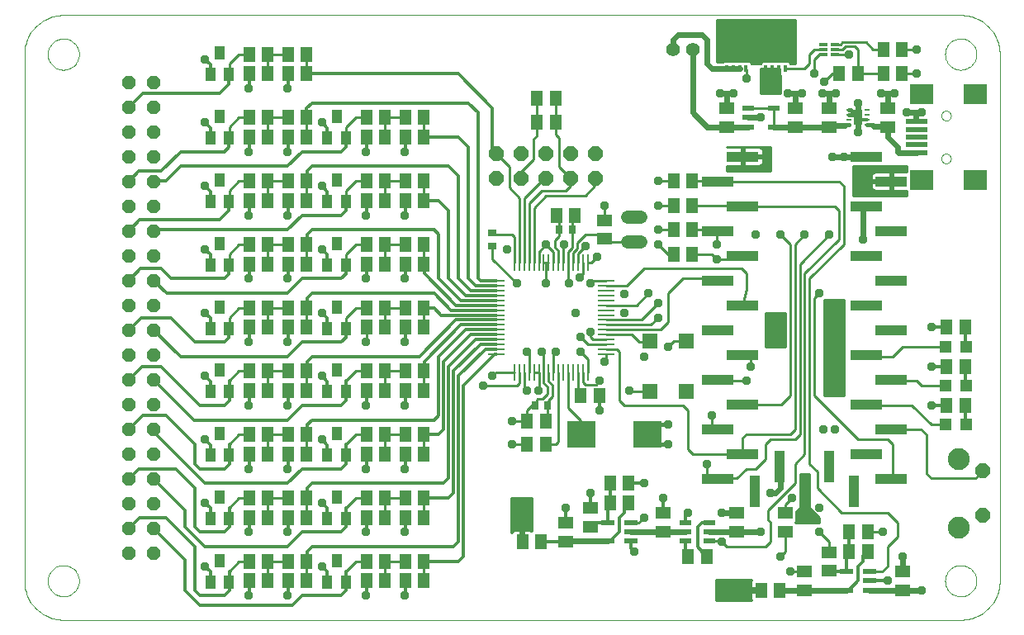
<source format=gtl>
G75*
G70*
%OFA0B0*%
%FSLAX24Y24*%
%IPPOS*%
%LPD*%
%AMOC8*
5,1,8,0,0,1.08239X$1,22.5*
%
%ADD10R,0.1300X0.0400*%
%ADD11R,0.0400X0.1300*%
%ADD12R,0.0660X0.0110*%
%ADD13R,0.0110X0.0660*%
%ADD14R,0.0394X0.0551*%
%ADD15R,0.0512X0.0591*%
%ADD16OC8,0.0600*%
%ADD17R,0.0591X0.0630*%
%ADD18R,0.0500X0.0220*%
%ADD19R,0.0472X0.0217*%
%ADD20R,0.0591X0.0512*%
%ADD21R,0.0580X0.0220*%
%ADD22R,0.0200X0.0110*%
%ADD23R,0.0350X0.0630*%
%ADD24R,0.0380X0.0120*%
%ADD25R,0.0340X0.0120*%
%ADD26R,0.0160X0.0300*%
%ADD27C,0.0060*%
%ADD28C,0.0540*%
%ADD29OC8,0.0540*%
%ADD30R,0.0276X0.0354*%
%ADD31R,0.1161X0.1063*%
%ADD32R,0.0354X0.0276*%
%ADD33R,0.0945X0.0787*%
%ADD34R,0.0909X0.0197*%
%ADD35C,0.0000*%
%ADD36C,0.0560*%
%ADD37C,0.0885*%
%ADD38R,0.0472X0.0472*%
%ADD39C,0.0240*%
%ADD40C,0.0120*%
%ADD41C,0.0377*%
%ADD42C,0.0100*%
%ADD43C,0.0160*%
D10*
X034395Y009120D03*
X035395Y010120D03*
X034395Y011120D03*
X035395Y012120D03*
X034395Y013120D03*
X035395Y014120D03*
X034395Y015120D03*
X035395Y016120D03*
X034395Y017120D03*
X035395Y018120D03*
X034395Y019120D03*
X035395Y020120D03*
X034395Y021120D03*
X035395Y022120D03*
X040395Y022120D03*
X041395Y021120D03*
X040395Y020120D03*
X041395Y019120D03*
X040395Y018120D03*
X041395Y017120D03*
X040395Y016120D03*
X041395Y015120D03*
X040395Y014120D03*
X041395Y013120D03*
X040395Y012120D03*
X041395Y011120D03*
X040395Y010120D03*
X041395Y009120D03*
D11*
X039895Y008620D03*
X038895Y009620D03*
X037895Y008620D03*
X036895Y009620D03*
X035895Y008620D03*
D12*
X029872Y014144D03*
X029872Y014341D03*
X029872Y014538D03*
X029872Y014735D03*
X029872Y014931D03*
X029872Y015128D03*
X029872Y015325D03*
X029872Y015522D03*
X029872Y015719D03*
X029872Y015916D03*
X029872Y016112D03*
X029872Y016309D03*
X029872Y016506D03*
X029872Y016703D03*
X029872Y016900D03*
X029872Y017097D03*
X025447Y017097D03*
X025447Y016900D03*
X025447Y016703D03*
X025447Y016506D03*
X025447Y016309D03*
X025447Y016112D03*
X025447Y015916D03*
X025447Y015719D03*
X025447Y015522D03*
X025447Y015325D03*
X025447Y015128D03*
X025447Y014931D03*
X025447Y014735D03*
X025447Y014538D03*
X025447Y014341D03*
X025447Y014144D03*
D13*
X026183Y013408D03*
X026380Y013408D03*
X026576Y013408D03*
X026773Y013408D03*
X026970Y013408D03*
X027167Y013408D03*
X027364Y013408D03*
X027561Y013408D03*
X027757Y013408D03*
X027954Y013408D03*
X028151Y013408D03*
X028348Y013408D03*
X028545Y013408D03*
X028742Y013408D03*
X028939Y013408D03*
X029135Y013408D03*
X029135Y017833D03*
X028939Y017833D03*
X028742Y017833D03*
X028545Y017833D03*
X028348Y017833D03*
X028151Y017833D03*
X027954Y017833D03*
X027757Y017833D03*
X027561Y017833D03*
X027364Y017833D03*
X027167Y017833D03*
X026970Y017833D03*
X026773Y017833D03*
X026576Y017833D03*
X026380Y017833D03*
X026183Y017833D03*
D14*
X019372Y017746D03*
X018624Y017746D03*
X018998Y018612D03*
X019372Y020305D03*
X018624Y020305D03*
X018998Y021172D03*
X019372Y022864D03*
X018624Y022864D03*
X018998Y023731D03*
X014647Y022864D03*
X013899Y022864D03*
X014273Y023731D03*
X013899Y025423D03*
X014647Y025423D03*
X014273Y026290D03*
X014273Y021172D03*
X013899Y020305D03*
X014647Y020305D03*
X014273Y018612D03*
X013899Y017746D03*
X014647Y017746D03*
X014273Y016053D03*
X013899Y015187D03*
X014647Y015187D03*
X014273Y013494D03*
X013899Y012628D03*
X014647Y012628D03*
X014273Y010935D03*
X013899Y010069D03*
X014647Y010069D03*
X014273Y008376D03*
X013899Y007510D03*
X014647Y007510D03*
X014273Y005817D03*
X013899Y004951D03*
X014647Y004951D03*
X018624Y004951D03*
X019372Y004951D03*
X018998Y005817D03*
X019372Y007510D03*
X018624Y007510D03*
X018998Y008376D03*
X019372Y010069D03*
X018624Y010069D03*
X018998Y010935D03*
X019372Y012628D03*
X018624Y012628D03*
X018998Y013494D03*
X019372Y015187D03*
X018624Y015187D03*
X018998Y016053D03*
D15*
X020198Y016014D03*
X020946Y016014D03*
X021773Y016014D03*
X022521Y016014D03*
X022521Y015227D03*
X021773Y015227D03*
X020946Y015227D03*
X020198Y015227D03*
X017797Y015227D03*
X017049Y015227D03*
X017049Y016014D03*
X017797Y016014D03*
X016222Y016014D03*
X015474Y016014D03*
X015474Y015227D03*
X016222Y015227D03*
X016222Y013455D03*
X015474Y013455D03*
X015474Y012668D03*
X016222Y012668D03*
X017049Y012668D03*
X017797Y012668D03*
X017797Y013455D03*
X017049Y013455D03*
X020198Y013455D03*
X020946Y013455D03*
X021773Y013455D03*
X022521Y013455D03*
X022521Y012668D03*
X021773Y012668D03*
X020946Y012668D03*
X020198Y012668D03*
X020198Y010896D03*
X020946Y010896D03*
X021773Y010896D03*
X022521Y010896D03*
X022521Y010109D03*
X021773Y010109D03*
X020946Y010109D03*
X020198Y010109D03*
X017797Y010109D03*
X017049Y010109D03*
X016222Y010109D03*
X015474Y010109D03*
X015474Y010896D03*
X016222Y010896D03*
X017049Y010896D03*
X017797Y010896D03*
X017797Y008337D03*
X017049Y008337D03*
X017049Y007549D03*
X017797Y007549D03*
X016222Y007549D03*
X015474Y007549D03*
X015474Y008337D03*
X016222Y008337D03*
X016222Y005778D03*
X015474Y005778D03*
X015474Y004990D03*
X016222Y004990D03*
X017049Y004990D03*
X017797Y004990D03*
X017797Y005778D03*
X017049Y005778D03*
X020198Y005778D03*
X020946Y005778D03*
X021773Y005778D03*
X022521Y005778D03*
X022521Y004990D03*
X021773Y004990D03*
X020946Y004990D03*
X020198Y004990D03*
X020198Y007549D03*
X020946Y007549D03*
X021773Y007549D03*
X022521Y007549D03*
X022521Y008337D03*
X021773Y008337D03*
X020946Y008337D03*
X020198Y008337D03*
X026498Y006565D03*
X027246Y006565D03*
X030041Y008140D03*
X030789Y008140D03*
X030789Y008927D03*
X030041Y008927D03*
X027443Y010502D03*
X026694Y010502D03*
X026694Y011447D03*
X027443Y011447D03*
X028860Y012471D03*
X029608Y012471D03*
X022521Y017786D03*
X021773Y017786D03*
X020946Y017786D03*
X020198Y017786D03*
X020198Y018573D03*
X020946Y018573D03*
X021773Y018573D03*
X022521Y018573D03*
X022521Y020345D03*
X021773Y020345D03*
X020946Y020345D03*
X020198Y020345D03*
X020198Y021132D03*
X020946Y021132D03*
X021773Y021132D03*
X022521Y021132D03*
X022521Y022904D03*
X021773Y022904D03*
X020946Y022904D03*
X020198Y022904D03*
X020198Y023691D03*
X020946Y023691D03*
X021773Y023691D03*
X022521Y023691D03*
X027088Y023494D03*
X027836Y023494D03*
X027836Y024479D03*
X027088Y024479D03*
X032600Y021132D03*
X033348Y021132D03*
X033348Y020148D03*
X032600Y020148D03*
X032600Y019164D03*
X033348Y019164D03*
X033348Y018179D03*
X032600Y018179D03*
X028624Y019754D03*
X027876Y019754D03*
X017797Y020345D03*
X017049Y020345D03*
X016222Y020345D03*
X015474Y020345D03*
X015474Y021132D03*
X016222Y021132D03*
X017049Y021132D03*
X017797Y021132D03*
X017797Y022904D03*
X017049Y022904D03*
X017049Y023691D03*
X017797Y023691D03*
X016222Y023691D03*
X015474Y023691D03*
X015474Y022904D03*
X016222Y022904D03*
X016222Y025463D03*
X015474Y025463D03*
X015474Y026250D03*
X016222Y026250D03*
X017049Y026250D03*
X017797Y026250D03*
X017797Y025463D03*
X017049Y025463D03*
X017049Y018573D03*
X017797Y018573D03*
X017797Y017786D03*
X017049Y017786D03*
X016222Y017786D03*
X015474Y017786D03*
X015474Y018573D03*
X016222Y018573D03*
X033191Y005975D03*
X033939Y005975D03*
X036143Y004597D03*
X036891Y004597D03*
X039687Y006172D03*
X040435Y006172D03*
X040435Y006959D03*
X039687Y006959D03*
X043624Y012077D03*
X044372Y012077D03*
X044372Y013652D03*
X043624Y013652D03*
X043624Y015227D03*
X044372Y015227D03*
X041813Y025463D03*
X041065Y025463D03*
X040041Y025463D03*
X039293Y025463D03*
X041065Y026447D03*
X041813Y026447D03*
D16*
X029462Y022223D03*
X028462Y022223D03*
X027462Y022223D03*
X026462Y022223D03*
X025462Y022223D03*
X025462Y021223D03*
X026462Y021223D03*
X027462Y021223D03*
X028462Y021223D03*
X029462Y021223D03*
X045078Y009424D03*
X045078Y007644D03*
D17*
X033131Y012648D03*
X031635Y012648D03*
X031635Y014656D03*
X033131Y014656D03*
D18*
X033085Y007329D03*
X033085Y006959D03*
X033085Y006589D03*
X034045Y006589D03*
X034045Y006959D03*
X034045Y007329D03*
D19*
X035612Y023317D03*
X035612Y023691D03*
X035612Y024065D03*
X036635Y024065D03*
X036635Y023317D03*
D20*
X037502Y023317D03*
X037502Y024065D03*
X038880Y024065D03*
X038880Y023317D03*
X041242Y023317D03*
X041242Y024065D03*
X034746Y024065D03*
X034746Y023317D03*
X029824Y019538D03*
X029824Y018790D03*
X029234Y007923D03*
X029234Y007175D03*
X028250Y007333D03*
X028250Y006585D03*
X032187Y006979D03*
X032187Y007727D03*
X035139Y007727D03*
X035139Y006979D03*
X037108Y006979D03*
X037108Y007727D03*
X038880Y006152D03*
X038880Y005404D03*
X037895Y005364D03*
X037895Y004616D03*
X041832Y004616D03*
X041832Y005364D03*
D21*
X040531Y005360D03*
X040531Y004990D03*
X040531Y004620D03*
X039591Y004620D03*
X039591Y005360D03*
X030885Y006589D03*
X030885Y006959D03*
X030885Y007329D03*
X029945Y007329D03*
X029945Y006589D03*
D22*
X039691Y023391D03*
X039691Y023591D03*
X039691Y023791D03*
X039691Y023991D03*
X040431Y023991D03*
X040431Y023791D03*
X040431Y023591D03*
X040431Y023391D03*
D23*
X040061Y023691D03*
D24*
X038662Y026644D03*
D25*
X038642Y026447D03*
X038642Y026250D03*
X039117Y026250D03*
X039117Y026447D03*
X039117Y026644D03*
D26*
X037098Y026845D03*
X036842Y026845D03*
X036586Y026845D03*
X036330Y026845D03*
X035523Y026845D03*
X035267Y026845D03*
X035011Y026845D03*
X034756Y026845D03*
X034756Y025655D03*
X035011Y025655D03*
X035267Y025655D03*
X035523Y025655D03*
X036330Y025655D03*
X036586Y025655D03*
X036842Y025655D03*
X037098Y025655D03*
D27*
X037214Y025970D02*
X036214Y025970D01*
X036214Y026870D01*
X037214Y026870D01*
X037214Y025970D01*
X037214Y025997D02*
X036214Y025997D01*
X036214Y026055D02*
X037214Y026055D01*
X037214Y026114D02*
X036214Y026114D01*
X036214Y026172D02*
X037214Y026172D01*
X037214Y026231D02*
X036214Y026231D01*
X036214Y026289D02*
X037214Y026289D01*
X037214Y026348D02*
X036214Y026348D01*
X036214Y026406D02*
X037214Y026406D01*
X037214Y026465D02*
X036214Y026465D01*
X036214Y026523D02*
X037214Y026523D01*
X037214Y026582D02*
X036214Y026582D01*
X036214Y026640D02*
X037214Y026640D01*
X037214Y026699D02*
X036214Y026699D01*
X036214Y026757D02*
X037214Y026757D01*
X037214Y026816D02*
X036214Y026816D01*
X035639Y026816D02*
X034639Y026816D01*
X034639Y026870D02*
X035639Y026870D01*
X035639Y025970D01*
X034639Y025970D01*
X034639Y026870D01*
X034639Y026757D02*
X035639Y026757D01*
X035639Y026699D02*
X034639Y026699D01*
X034639Y026640D02*
X035639Y026640D01*
X035639Y026582D02*
X034639Y026582D01*
X034639Y026523D02*
X035639Y026523D01*
X035639Y026465D02*
X034639Y026465D01*
X034639Y026406D02*
X035639Y026406D01*
X035639Y026348D02*
X034639Y026348D01*
X034639Y026289D02*
X035639Y026289D01*
X035639Y026231D02*
X034639Y026231D01*
X034639Y026172D02*
X035639Y026172D01*
X035639Y026114D02*
X034639Y026114D01*
X034639Y026055D02*
X035639Y026055D01*
X035639Y025997D02*
X034639Y025997D01*
D28*
X031276Y019664D02*
X030736Y019664D01*
X030736Y018664D02*
X031276Y018664D01*
D29*
X011624Y019120D03*
X010624Y019120D03*
X010624Y018120D03*
X011624Y018120D03*
X011624Y017120D03*
X010624Y017120D03*
X010624Y016120D03*
X011624Y016120D03*
X011624Y015120D03*
X010624Y015120D03*
X010624Y014120D03*
X011624Y014120D03*
X011624Y013120D03*
X010624Y013120D03*
X010624Y012120D03*
X011624Y012120D03*
X011624Y011120D03*
X010624Y011120D03*
X010624Y010120D03*
X011624Y010120D03*
X011624Y009120D03*
X010624Y009120D03*
X010624Y008120D03*
X011624Y008120D03*
X011624Y007120D03*
X010624Y007120D03*
X010624Y006120D03*
X011624Y006120D03*
X011624Y020120D03*
X010624Y020120D03*
X010624Y021120D03*
X011624Y021120D03*
X011624Y022120D03*
X010624Y022120D03*
X010624Y023120D03*
X011624Y023120D03*
X011624Y024120D03*
X010624Y024120D03*
X010624Y025120D03*
X011624Y025120D03*
D30*
X027994Y019164D03*
X028506Y019164D03*
X027521Y012077D03*
X027009Y012077D03*
D31*
X028889Y010896D03*
X031547Y010896D03*
D32*
X025297Y018514D03*
X025297Y019026D03*
D33*
X042620Y021172D03*
X044785Y021172D03*
X044785Y024636D03*
X042620Y024636D03*
D34*
X042398Y023534D03*
X042398Y023219D03*
X042398Y022904D03*
X042398Y022589D03*
X042398Y022274D03*
D35*
X044194Y003416D02*
X007974Y003416D01*
X007344Y004990D02*
X007346Y005040D01*
X007352Y005090D01*
X007362Y005139D01*
X007376Y005187D01*
X007393Y005234D01*
X007414Y005279D01*
X007439Y005323D01*
X007467Y005364D01*
X007499Y005403D01*
X007533Y005440D01*
X007570Y005474D01*
X007610Y005504D01*
X007652Y005531D01*
X007696Y005555D01*
X007742Y005576D01*
X007789Y005592D01*
X007837Y005605D01*
X007887Y005614D01*
X007936Y005619D01*
X007987Y005620D01*
X008037Y005617D01*
X008086Y005610D01*
X008135Y005599D01*
X008183Y005584D01*
X008229Y005566D01*
X008274Y005544D01*
X008317Y005518D01*
X008358Y005489D01*
X008397Y005457D01*
X008433Y005422D01*
X008465Y005384D01*
X008495Y005344D01*
X008522Y005301D01*
X008545Y005257D01*
X008564Y005211D01*
X008580Y005163D01*
X008592Y005114D01*
X008600Y005065D01*
X008604Y005015D01*
X008604Y004965D01*
X008600Y004915D01*
X008592Y004866D01*
X008580Y004817D01*
X008564Y004769D01*
X008545Y004723D01*
X008522Y004679D01*
X008495Y004636D01*
X008465Y004596D01*
X008433Y004558D01*
X008397Y004523D01*
X008358Y004491D01*
X008317Y004462D01*
X008274Y004436D01*
X008229Y004414D01*
X008183Y004396D01*
X008135Y004381D01*
X008086Y004370D01*
X008037Y004363D01*
X007987Y004360D01*
X007936Y004361D01*
X007887Y004366D01*
X007837Y004375D01*
X007789Y004388D01*
X007742Y004404D01*
X007696Y004425D01*
X007652Y004449D01*
X007610Y004476D01*
X007570Y004506D01*
X007533Y004540D01*
X007499Y004577D01*
X007467Y004616D01*
X007439Y004657D01*
X007414Y004701D01*
X007393Y004746D01*
X007376Y004793D01*
X007362Y004841D01*
X007352Y004890D01*
X007346Y004940D01*
X007344Y004990D01*
X006399Y004990D02*
X006401Y004913D01*
X006407Y004836D01*
X006416Y004759D01*
X006429Y004683D01*
X006446Y004607D01*
X006467Y004533D01*
X006491Y004459D01*
X006519Y004387D01*
X006550Y004317D01*
X006585Y004248D01*
X006623Y004180D01*
X006664Y004115D01*
X006709Y004052D01*
X006757Y003991D01*
X006807Y003932D01*
X006860Y003876D01*
X006916Y003823D01*
X006975Y003773D01*
X007036Y003725D01*
X007099Y003680D01*
X007164Y003639D01*
X007232Y003601D01*
X007301Y003566D01*
X007371Y003535D01*
X007443Y003507D01*
X007517Y003483D01*
X007591Y003462D01*
X007667Y003445D01*
X007743Y003432D01*
X007820Y003423D01*
X007897Y003417D01*
X007974Y003415D01*
X007897Y003417D01*
X007820Y003423D01*
X007743Y003432D01*
X007667Y003445D01*
X007591Y003462D01*
X007517Y003483D01*
X007443Y003507D01*
X007371Y003535D01*
X007301Y003566D01*
X007232Y003601D01*
X007164Y003639D01*
X007099Y003680D01*
X007036Y003725D01*
X006975Y003773D01*
X006916Y003823D01*
X006860Y003876D01*
X006807Y003932D01*
X006757Y003991D01*
X006709Y004052D01*
X006664Y004115D01*
X006623Y004180D01*
X006585Y004248D01*
X006550Y004317D01*
X006519Y004387D01*
X006491Y004459D01*
X006467Y004533D01*
X006446Y004607D01*
X006429Y004683D01*
X006416Y004759D01*
X006407Y004836D01*
X006401Y004913D01*
X006399Y004990D01*
X006399Y026250D01*
X007344Y026250D02*
X007346Y026300D01*
X007352Y026350D01*
X007362Y026399D01*
X007376Y026447D01*
X007393Y026494D01*
X007414Y026539D01*
X007439Y026583D01*
X007467Y026624D01*
X007499Y026663D01*
X007533Y026700D01*
X007570Y026734D01*
X007610Y026764D01*
X007652Y026791D01*
X007696Y026815D01*
X007742Y026836D01*
X007789Y026852D01*
X007837Y026865D01*
X007887Y026874D01*
X007936Y026879D01*
X007987Y026880D01*
X008037Y026877D01*
X008086Y026870D01*
X008135Y026859D01*
X008183Y026844D01*
X008229Y026826D01*
X008274Y026804D01*
X008317Y026778D01*
X008358Y026749D01*
X008397Y026717D01*
X008433Y026682D01*
X008465Y026644D01*
X008495Y026604D01*
X008522Y026561D01*
X008545Y026517D01*
X008564Y026471D01*
X008580Y026423D01*
X008592Y026374D01*
X008600Y026325D01*
X008604Y026275D01*
X008604Y026225D01*
X008600Y026175D01*
X008592Y026126D01*
X008580Y026077D01*
X008564Y026029D01*
X008545Y025983D01*
X008522Y025939D01*
X008495Y025896D01*
X008465Y025856D01*
X008433Y025818D01*
X008397Y025783D01*
X008358Y025751D01*
X008317Y025722D01*
X008274Y025696D01*
X008229Y025674D01*
X008183Y025656D01*
X008135Y025641D01*
X008086Y025630D01*
X008037Y025623D01*
X007987Y025620D01*
X007936Y025621D01*
X007887Y025626D01*
X007837Y025635D01*
X007789Y025648D01*
X007742Y025664D01*
X007696Y025685D01*
X007652Y025709D01*
X007610Y025736D01*
X007570Y025766D01*
X007533Y025800D01*
X007499Y025837D01*
X007467Y025876D01*
X007439Y025917D01*
X007414Y025961D01*
X007393Y026006D01*
X007376Y026053D01*
X007362Y026101D01*
X007352Y026150D01*
X007346Y026200D01*
X007344Y026250D01*
X006399Y026250D02*
X006401Y026327D01*
X006407Y026404D01*
X006416Y026481D01*
X006429Y026557D01*
X006446Y026633D01*
X006467Y026707D01*
X006491Y026781D01*
X006519Y026853D01*
X006550Y026923D01*
X006585Y026992D01*
X006623Y027060D01*
X006664Y027125D01*
X006709Y027188D01*
X006757Y027249D01*
X006807Y027308D01*
X006860Y027364D01*
X006916Y027417D01*
X006975Y027467D01*
X007036Y027515D01*
X007099Y027560D01*
X007164Y027601D01*
X007232Y027639D01*
X007301Y027674D01*
X007371Y027705D01*
X007443Y027733D01*
X007517Y027757D01*
X007591Y027778D01*
X007667Y027795D01*
X007743Y027808D01*
X007820Y027817D01*
X007897Y027823D01*
X007974Y027825D01*
X044194Y027825D01*
X043564Y026250D02*
X043566Y026300D01*
X043572Y026350D01*
X043582Y026399D01*
X043596Y026447D01*
X043613Y026494D01*
X043634Y026539D01*
X043659Y026583D01*
X043687Y026624D01*
X043719Y026663D01*
X043753Y026700D01*
X043790Y026734D01*
X043830Y026764D01*
X043872Y026791D01*
X043916Y026815D01*
X043962Y026836D01*
X044009Y026852D01*
X044057Y026865D01*
X044107Y026874D01*
X044156Y026879D01*
X044207Y026880D01*
X044257Y026877D01*
X044306Y026870D01*
X044355Y026859D01*
X044403Y026844D01*
X044449Y026826D01*
X044494Y026804D01*
X044537Y026778D01*
X044578Y026749D01*
X044617Y026717D01*
X044653Y026682D01*
X044685Y026644D01*
X044715Y026604D01*
X044742Y026561D01*
X044765Y026517D01*
X044784Y026471D01*
X044800Y026423D01*
X044812Y026374D01*
X044820Y026325D01*
X044824Y026275D01*
X044824Y026225D01*
X044820Y026175D01*
X044812Y026126D01*
X044800Y026077D01*
X044784Y026029D01*
X044765Y025983D01*
X044742Y025939D01*
X044715Y025896D01*
X044685Y025856D01*
X044653Y025818D01*
X044617Y025783D01*
X044578Y025751D01*
X044537Y025722D01*
X044494Y025696D01*
X044449Y025674D01*
X044403Y025656D01*
X044355Y025641D01*
X044306Y025630D01*
X044257Y025623D01*
X044207Y025620D01*
X044156Y025621D01*
X044107Y025626D01*
X044057Y025635D01*
X044009Y025648D01*
X043962Y025664D01*
X043916Y025685D01*
X043872Y025709D01*
X043830Y025736D01*
X043790Y025766D01*
X043753Y025800D01*
X043719Y025837D01*
X043687Y025876D01*
X043659Y025917D01*
X043634Y025961D01*
X043613Y026006D01*
X043596Y026053D01*
X043582Y026101D01*
X043572Y026150D01*
X043566Y026200D01*
X043564Y026250D01*
X044194Y027825D02*
X044271Y027823D01*
X044348Y027817D01*
X044425Y027808D01*
X044501Y027795D01*
X044577Y027778D01*
X044651Y027757D01*
X044725Y027733D01*
X044797Y027705D01*
X044867Y027674D01*
X044936Y027639D01*
X045004Y027601D01*
X045069Y027560D01*
X045132Y027515D01*
X045193Y027467D01*
X045252Y027417D01*
X045308Y027364D01*
X045361Y027308D01*
X045411Y027249D01*
X045459Y027188D01*
X045504Y027125D01*
X045545Y027060D01*
X045583Y026992D01*
X045618Y026923D01*
X045649Y026853D01*
X045677Y026781D01*
X045701Y026707D01*
X045722Y026633D01*
X045739Y026557D01*
X045752Y026481D01*
X045761Y026404D01*
X045767Y026327D01*
X045769Y026250D01*
X045769Y004990D01*
X043564Y004990D02*
X043566Y005040D01*
X043572Y005090D01*
X043582Y005139D01*
X043596Y005187D01*
X043613Y005234D01*
X043634Y005279D01*
X043659Y005323D01*
X043687Y005364D01*
X043719Y005403D01*
X043753Y005440D01*
X043790Y005474D01*
X043830Y005504D01*
X043872Y005531D01*
X043916Y005555D01*
X043962Y005576D01*
X044009Y005592D01*
X044057Y005605D01*
X044107Y005614D01*
X044156Y005619D01*
X044207Y005620D01*
X044257Y005617D01*
X044306Y005610D01*
X044355Y005599D01*
X044403Y005584D01*
X044449Y005566D01*
X044494Y005544D01*
X044537Y005518D01*
X044578Y005489D01*
X044617Y005457D01*
X044653Y005422D01*
X044685Y005384D01*
X044715Y005344D01*
X044742Y005301D01*
X044765Y005257D01*
X044784Y005211D01*
X044800Y005163D01*
X044812Y005114D01*
X044820Y005065D01*
X044824Y005015D01*
X044824Y004965D01*
X044820Y004915D01*
X044812Y004866D01*
X044800Y004817D01*
X044784Y004769D01*
X044765Y004723D01*
X044742Y004679D01*
X044715Y004636D01*
X044685Y004596D01*
X044653Y004558D01*
X044617Y004523D01*
X044578Y004491D01*
X044537Y004462D01*
X044494Y004436D01*
X044449Y004414D01*
X044403Y004396D01*
X044355Y004381D01*
X044306Y004370D01*
X044257Y004363D01*
X044207Y004360D01*
X044156Y004361D01*
X044107Y004366D01*
X044057Y004375D01*
X044009Y004388D01*
X043962Y004404D01*
X043916Y004425D01*
X043872Y004449D01*
X043830Y004476D01*
X043790Y004506D01*
X043753Y004540D01*
X043719Y004577D01*
X043687Y004616D01*
X043659Y004657D01*
X043634Y004701D01*
X043613Y004746D01*
X043596Y004793D01*
X043582Y004841D01*
X043572Y004890D01*
X043566Y004940D01*
X043564Y004990D01*
X044194Y003415D02*
X044271Y003417D01*
X044348Y003423D01*
X044425Y003432D01*
X044501Y003445D01*
X044577Y003462D01*
X044651Y003483D01*
X044725Y003507D01*
X044797Y003535D01*
X044867Y003566D01*
X044936Y003601D01*
X045004Y003639D01*
X045069Y003680D01*
X045132Y003725D01*
X045193Y003773D01*
X045252Y003823D01*
X045308Y003876D01*
X045361Y003932D01*
X045411Y003991D01*
X045459Y004052D01*
X045504Y004115D01*
X045545Y004180D01*
X045583Y004248D01*
X045618Y004317D01*
X045649Y004387D01*
X045677Y004459D01*
X045701Y004533D01*
X045722Y004607D01*
X045739Y004683D01*
X045752Y004759D01*
X045761Y004836D01*
X045767Y004913D01*
X045769Y004990D01*
X045767Y004913D01*
X045761Y004836D01*
X045752Y004759D01*
X045739Y004683D01*
X045722Y004607D01*
X045701Y004533D01*
X045677Y004459D01*
X045649Y004387D01*
X045618Y004317D01*
X045583Y004248D01*
X045545Y004180D01*
X045504Y004115D01*
X045459Y004052D01*
X045411Y003991D01*
X045361Y003932D01*
X045308Y003876D01*
X045252Y003823D01*
X045193Y003773D01*
X045132Y003725D01*
X045069Y003680D01*
X045004Y003639D01*
X044936Y003601D01*
X044867Y003566D01*
X044797Y003535D01*
X044725Y003507D01*
X044651Y003483D01*
X044577Y003462D01*
X044501Y003445D01*
X044425Y003432D01*
X044348Y003423D01*
X044271Y003417D01*
X044194Y003415D01*
X044271Y003417D01*
X044348Y003423D01*
X044425Y003432D01*
X044501Y003445D01*
X044577Y003462D01*
X044651Y003483D01*
X044725Y003507D01*
X044797Y003535D01*
X044867Y003566D01*
X044936Y003601D01*
X045004Y003639D01*
X045069Y003680D01*
X045132Y003725D01*
X045193Y003773D01*
X045252Y003823D01*
X045308Y003876D01*
X045361Y003932D01*
X045411Y003991D01*
X045459Y004052D01*
X045504Y004115D01*
X045545Y004180D01*
X045583Y004248D01*
X045618Y004317D01*
X045649Y004387D01*
X045677Y004459D01*
X045701Y004533D01*
X045722Y004607D01*
X045739Y004683D01*
X045752Y004759D01*
X045761Y004836D01*
X045767Y004913D01*
X045769Y004990D01*
X043407Y022038D02*
X043409Y022065D01*
X043415Y022092D01*
X043424Y022118D01*
X043437Y022142D01*
X043453Y022165D01*
X043472Y022184D01*
X043494Y022201D01*
X043518Y022215D01*
X043543Y022225D01*
X043570Y022232D01*
X043597Y022235D01*
X043625Y022234D01*
X043652Y022229D01*
X043678Y022221D01*
X043702Y022209D01*
X043725Y022193D01*
X043746Y022175D01*
X043763Y022154D01*
X043778Y022130D01*
X043789Y022105D01*
X043797Y022079D01*
X043801Y022052D01*
X043801Y022024D01*
X043797Y021997D01*
X043789Y021971D01*
X043778Y021946D01*
X043763Y021922D01*
X043746Y021901D01*
X043725Y021883D01*
X043703Y021867D01*
X043678Y021855D01*
X043652Y021847D01*
X043625Y021842D01*
X043597Y021841D01*
X043570Y021844D01*
X043543Y021851D01*
X043518Y021861D01*
X043494Y021875D01*
X043472Y021892D01*
X043453Y021911D01*
X043437Y021934D01*
X043424Y021958D01*
X043415Y021984D01*
X043409Y022011D01*
X043407Y022038D01*
X043407Y023770D02*
X043409Y023797D01*
X043415Y023824D01*
X043424Y023850D01*
X043437Y023874D01*
X043453Y023897D01*
X043472Y023916D01*
X043494Y023933D01*
X043518Y023947D01*
X043543Y023957D01*
X043570Y023964D01*
X043597Y023967D01*
X043625Y023966D01*
X043652Y023961D01*
X043678Y023953D01*
X043702Y023941D01*
X043725Y023925D01*
X043746Y023907D01*
X043763Y023886D01*
X043778Y023862D01*
X043789Y023837D01*
X043797Y023811D01*
X043801Y023784D01*
X043801Y023756D01*
X043797Y023729D01*
X043789Y023703D01*
X043778Y023678D01*
X043763Y023654D01*
X043746Y023633D01*
X043725Y023615D01*
X043703Y023599D01*
X043678Y023587D01*
X043652Y023579D01*
X043625Y023574D01*
X043597Y023573D01*
X043570Y023576D01*
X043543Y023583D01*
X043518Y023593D01*
X043494Y023607D01*
X043472Y023624D01*
X043453Y023643D01*
X043437Y023666D01*
X043424Y023690D01*
X043415Y023716D01*
X043409Y023743D01*
X043407Y023770D01*
X045769Y026250D02*
X045767Y026327D01*
X045761Y026404D01*
X045752Y026481D01*
X045739Y026557D01*
X045722Y026633D01*
X045701Y026707D01*
X045677Y026781D01*
X045649Y026853D01*
X045618Y026923D01*
X045583Y026992D01*
X045545Y027060D01*
X045504Y027125D01*
X045459Y027188D01*
X045411Y027249D01*
X045361Y027308D01*
X045308Y027364D01*
X045252Y027417D01*
X045193Y027467D01*
X045132Y027515D01*
X045069Y027560D01*
X045004Y027601D01*
X044936Y027639D01*
X044867Y027674D01*
X044797Y027705D01*
X044725Y027733D01*
X044651Y027757D01*
X044577Y027778D01*
X044501Y027795D01*
X044425Y027808D01*
X044348Y027817D01*
X044271Y027823D01*
X044194Y027825D01*
X044271Y027823D01*
X044348Y027817D01*
X044425Y027808D01*
X044501Y027795D01*
X044577Y027778D01*
X044651Y027757D01*
X044725Y027733D01*
X044797Y027705D01*
X044867Y027674D01*
X044936Y027639D01*
X045004Y027601D01*
X045069Y027560D01*
X045132Y027515D01*
X045193Y027467D01*
X045252Y027417D01*
X045308Y027364D01*
X045361Y027308D01*
X045411Y027249D01*
X045459Y027188D01*
X045504Y027125D01*
X045545Y027060D01*
X045583Y026992D01*
X045618Y026923D01*
X045649Y026853D01*
X045677Y026781D01*
X045701Y026707D01*
X045722Y026633D01*
X045739Y026557D01*
X045752Y026481D01*
X045761Y026404D01*
X045767Y026327D01*
X045769Y026250D01*
X007974Y027825D02*
X007897Y027823D01*
X007820Y027817D01*
X007743Y027808D01*
X007667Y027795D01*
X007591Y027778D01*
X007517Y027757D01*
X007443Y027733D01*
X007371Y027705D01*
X007301Y027674D01*
X007232Y027639D01*
X007164Y027601D01*
X007099Y027560D01*
X007036Y027515D01*
X006975Y027467D01*
X006916Y027417D01*
X006860Y027364D01*
X006807Y027308D01*
X006757Y027249D01*
X006709Y027188D01*
X006664Y027125D01*
X006623Y027060D01*
X006585Y026992D01*
X006550Y026923D01*
X006519Y026853D01*
X006491Y026781D01*
X006467Y026707D01*
X006446Y026633D01*
X006429Y026557D01*
X006416Y026481D01*
X006407Y026404D01*
X006401Y026327D01*
X006399Y026250D01*
X006401Y026327D01*
X006407Y026404D01*
X006416Y026481D01*
X006429Y026557D01*
X006446Y026633D01*
X006467Y026707D01*
X006491Y026781D01*
X006519Y026853D01*
X006550Y026923D01*
X006585Y026992D01*
X006623Y027060D01*
X006664Y027125D01*
X006709Y027188D01*
X006757Y027249D01*
X006807Y027308D01*
X006860Y027364D01*
X006916Y027417D01*
X006975Y027467D01*
X007036Y027515D01*
X007099Y027560D01*
X007164Y027601D01*
X007232Y027639D01*
X007301Y027674D01*
X007371Y027705D01*
X007443Y027733D01*
X007517Y027757D01*
X007591Y027778D01*
X007667Y027795D01*
X007743Y027808D01*
X007820Y027817D01*
X007897Y027823D01*
X007974Y027825D01*
X006399Y004990D02*
X006401Y004913D01*
X006407Y004836D01*
X006416Y004759D01*
X006429Y004683D01*
X006446Y004607D01*
X006467Y004533D01*
X006491Y004459D01*
X006519Y004387D01*
X006550Y004317D01*
X006585Y004248D01*
X006623Y004180D01*
X006664Y004115D01*
X006709Y004052D01*
X006757Y003991D01*
X006807Y003932D01*
X006860Y003876D01*
X006916Y003823D01*
X006975Y003773D01*
X007036Y003725D01*
X007099Y003680D01*
X007164Y003639D01*
X007232Y003601D01*
X007301Y003566D01*
X007371Y003535D01*
X007443Y003507D01*
X007517Y003483D01*
X007591Y003462D01*
X007667Y003445D01*
X007743Y003432D01*
X007820Y003423D01*
X007897Y003417D01*
X007974Y003415D01*
D36*
X032580Y026447D03*
X033368Y026447D03*
D37*
X044098Y009914D03*
X044098Y007154D03*
D38*
X044411Y011290D03*
X043584Y011290D03*
X043584Y012864D03*
X044411Y012864D03*
X044411Y014439D03*
X043584Y014439D03*
D39*
X040257Y018770D02*
X040257Y020148D01*
X040285Y020120D01*
X040395Y020120D01*
X040395Y022120D02*
X040261Y022120D01*
X040257Y022116D01*
X039470Y022116D01*
X038998Y022116D01*
X040061Y023101D02*
X040061Y023691D01*
X040061Y024282D01*
X040966Y024675D02*
X041242Y024675D01*
X041517Y024675D01*
X041242Y024675D02*
X041242Y024065D01*
X041222Y023337D02*
X040691Y023337D01*
X040651Y023376D01*
X041222Y023337D02*
X041242Y023317D01*
X041242Y022904D01*
X041635Y022510D01*
X041635Y022313D01*
X041675Y022274D01*
X042398Y022274D01*
X042383Y023691D02*
X042383Y023888D01*
X042029Y023888D01*
X042383Y023888D02*
X042620Y023888D01*
X039509Y023376D02*
X038939Y023376D01*
X038880Y023317D01*
X037502Y023317D01*
X036635Y023317D01*
X036124Y023691D02*
X035612Y023691D01*
X035612Y023317D02*
X034746Y023317D01*
X033939Y023317D01*
X033368Y023888D01*
X033368Y026447D01*
X033958Y026841D02*
X033761Y027038D01*
X032777Y027038D01*
X032580Y026841D01*
X032580Y026447D01*
X033958Y026841D02*
X033958Y025857D01*
X034160Y025655D01*
X034756Y025655D01*
X035011Y025655D01*
X035267Y025655D01*
X035021Y024675D02*
X034746Y024675D01*
X034470Y024675D01*
X034746Y024675D02*
X034746Y024065D01*
X037226Y024675D02*
X037502Y024675D01*
X037777Y024675D01*
X037502Y024675D02*
X037502Y024065D01*
X038604Y024675D02*
X038880Y024675D01*
X039155Y024675D01*
X038880Y024675D02*
X038880Y024065D01*
X036895Y009620D02*
X036895Y009534D01*
X036911Y009518D01*
X036911Y008731D01*
X036714Y008534D01*
X036517Y008534D01*
X035139Y007727D02*
X035120Y007746D01*
X034549Y007746D01*
X034045Y006959D02*
X035317Y006959D01*
X035356Y006959D02*
X035139Y006979D01*
X035356Y006959D02*
X036124Y006959D01*
X033085Y006959D02*
X032206Y006959D01*
X032167Y006959D02*
X030885Y006959D01*
X029945Y006589D02*
X028254Y006589D01*
X036911Y004616D02*
X037895Y004616D01*
X039587Y004616D01*
X040531Y004620D02*
X041828Y004620D01*
X041832Y004616D02*
X041852Y004597D01*
X042620Y004597D01*
X041832Y005364D02*
X041832Y005975D01*
D40*
X041242Y004990D02*
X040531Y004990D01*
X040061Y004990D02*
X040061Y005581D01*
X040257Y005778D01*
X040257Y005994D01*
X040435Y006172D01*
X039687Y006172D02*
X039687Y006959D01*
X039687Y006172D02*
X039591Y006076D01*
X039591Y005360D01*
X038923Y005360D01*
X038880Y005404D01*
X039691Y004620D02*
X040061Y004990D01*
X039691Y004620D02*
X039591Y004620D01*
X039587Y004616D01*
X041828Y004620D02*
X041832Y004616D01*
X036911Y004616D02*
X036891Y004597D01*
X036083Y004601D02*
X034352Y004601D01*
X034352Y004719D02*
X035707Y004719D01*
X035707Y004657D02*
X036083Y004657D01*
X036083Y004537D01*
X035707Y004537D01*
X035707Y004278D01*
X035720Y004232D01*
X035736Y004203D01*
X034352Y004203D01*
X034352Y004990D01*
X035736Y004990D01*
X035720Y004961D01*
X035707Y004916D01*
X035707Y004657D01*
X035707Y004482D02*
X034352Y004482D01*
X034352Y004364D02*
X035707Y004364D01*
X035716Y004245D02*
X034352Y004245D01*
X034352Y004838D02*
X035707Y004838D01*
X035718Y004956D02*
X034352Y004956D01*
X033939Y005975D02*
X033761Y006152D01*
X033761Y006172D01*
X033565Y006368D01*
X033565Y007156D01*
X033738Y007329D01*
X034045Y007329D01*
X033085Y007329D02*
X033085Y007660D01*
X033171Y007746D01*
X032187Y007727D02*
X032187Y008337D01*
X031399Y008927D02*
X030789Y008927D01*
X030041Y008927D02*
X030041Y008140D01*
X029945Y008044D01*
X029945Y007329D01*
X029387Y007329D01*
X029234Y007175D01*
X029234Y007923D02*
X029234Y008534D01*
X028250Y007943D02*
X028250Y007333D01*
X028254Y006589D02*
X028250Y006585D01*
X027246Y006565D01*
X026872Y006997D02*
X026864Y007005D01*
X026823Y007028D01*
X026777Y007040D01*
X026558Y007040D01*
X026558Y006625D01*
X026438Y006625D01*
X026438Y007040D01*
X026218Y007040D01*
X026172Y007028D01*
X026131Y007005D01*
X026098Y006971D01*
X026084Y006948D01*
X026084Y008298D01*
X026872Y008298D01*
X026872Y006997D01*
X026872Y007089D02*
X026084Y007089D01*
X026084Y006971D02*
X026097Y006971D01*
X026084Y007208D02*
X026872Y007208D01*
X026872Y007326D02*
X026084Y007326D01*
X026084Y007445D02*
X026872Y007445D01*
X026872Y007563D02*
X026084Y007563D01*
X026084Y007682D02*
X026872Y007682D01*
X026872Y007800D02*
X026084Y007800D01*
X026084Y007919D02*
X026872Y007919D01*
X026872Y008037D02*
X026084Y008037D01*
X026084Y008156D02*
X026872Y008156D01*
X026872Y008274D02*
X026084Y008274D01*
X026438Y006971D02*
X026558Y006971D01*
X026558Y006852D02*
X026438Y006852D01*
X026438Y006734D02*
X026558Y006734D01*
X024116Y005975D02*
X023919Y005778D01*
X022521Y005778D01*
X021773Y004990D02*
X021773Y004420D01*
X021754Y004400D01*
X020198Y004420D02*
X020179Y004400D01*
X020198Y004420D02*
X020198Y004990D01*
X019391Y004597D02*
X019391Y005384D01*
X018624Y005364D02*
X018624Y004951D01*
X018624Y005364D02*
X018407Y005581D01*
X017817Y005798D02*
X017797Y005778D01*
X017817Y005798D02*
X017817Y006172D01*
X018013Y006368D01*
X023722Y006368D01*
X023919Y006565D01*
X023919Y013258D01*
X025002Y014341D01*
X025447Y014341D01*
X025447Y014538D02*
X024805Y014538D01*
X023722Y013455D01*
X023722Y008534D01*
X023525Y008337D01*
X022521Y008337D01*
X023328Y008927D02*
X018013Y008927D01*
X017817Y008731D01*
X017817Y008357D01*
X017797Y008337D01*
X018407Y008140D02*
X018624Y007923D01*
X018624Y007510D01*
X019194Y006959D02*
X017620Y006959D01*
X017029Y006368D01*
X013683Y006368D01*
X012895Y007156D01*
X012895Y007849D01*
X011624Y009120D01*
X011021Y009518D02*
X010624Y009120D01*
X011021Y009518D02*
X012502Y009518D01*
X013289Y008731D01*
X013289Y007156D01*
X013486Y006959D01*
X014470Y006959D01*
X014667Y007156D01*
X014667Y007943D01*
X013899Y007923D02*
X013899Y007510D01*
X013899Y007923D02*
X013683Y008140D01*
X013683Y008927D02*
X011714Y010896D01*
X011714Y011030D01*
X011624Y011120D01*
X011187Y011683D02*
X010624Y011120D01*
X011187Y011683D02*
X012108Y011683D01*
X013289Y010502D01*
X013289Y009715D01*
X013486Y009518D01*
X014470Y009518D01*
X014667Y009715D01*
X014667Y010502D01*
X013899Y010483D02*
X013683Y010699D01*
X013899Y010483D02*
X013899Y010069D01*
X015474Y010109D02*
X015474Y009538D01*
X015454Y009518D01*
X017029Y009518D02*
X017049Y009538D01*
X017049Y010109D01*
X017620Y009518D02*
X017029Y008927D01*
X013683Y008927D01*
X012108Y007549D02*
X011053Y007549D01*
X010624Y007120D01*
X011624Y007120D02*
X012895Y005849D01*
X012895Y004597D01*
X013486Y004006D01*
X017226Y004006D01*
X017620Y004400D01*
X019194Y004400D01*
X019391Y004597D01*
X017049Y004420D02*
X017029Y004400D01*
X017049Y004420D02*
X017049Y004990D01*
X015474Y004990D02*
X015474Y004420D01*
X015454Y004400D01*
X014667Y004597D02*
X014470Y004400D01*
X013486Y004400D01*
X013289Y004597D01*
X013289Y006368D01*
X012108Y007549D01*
X013683Y005581D02*
X013899Y005364D01*
X013899Y004951D01*
X014667Y004597D02*
X014667Y005384D01*
X015454Y006959D02*
X015474Y006979D01*
X015474Y007549D01*
X017049Y007549D02*
X017049Y006979D01*
X017029Y006959D01*
X019194Y006959D02*
X019391Y007156D01*
X019391Y007943D01*
X020198Y007549D02*
X020198Y006979D01*
X020179Y006959D01*
X021754Y006959D02*
X021773Y006979D01*
X021773Y007549D01*
X023328Y008927D02*
X023525Y009124D01*
X023525Y013652D01*
X024608Y014735D01*
X025447Y014735D01*
X025447Y014931D02*
X024411Y014931D01*
X023328Y013849D01*
X023328Y011093D01*
X023131Y010896D01*
X022521Y010896D01*
X022935Y011486D02*
X018013Y011486D01*
X017817Y011290D01*
X017817Y010719D01*
X017797Y010699D01*
X018407Y010699D02*
X018624Y010483D01*
X018624Y010069D01*
X019194Y009518D02*
X017620Y009518D01*
X019194Y009518D02*
X019391Y009715D01*
X019391Y010502D01*
X020198Y010109D02*
X020198Y009538D01*
X020179Y009518D01*
X021754Y009518D02*
X021773Y009538D01*
X021773Y010109D01*
X022935Y011486D02*
X023131Y011683D01*
X023131Y014046D01*
X024214Y015128D01*
X025447Y015128D01*
X025447Y015325D02*
X024017Y015325D01*
X022541Y013849D01*
X022541Y013475D01*
X022521Y013455D01*
X022344Y013455D01*
X022344Y014046D02*
X018013Y014046D01*
X017817Y013849D01*
X017817Y013475D01*
X017797Y013455D01*
X018407Y013258D02*
X018624Y013042D01*
X018624Y012628D01*
X019194Y012077D02*
X017620Y012077D01*
X017029Y011486D01*
X013257Y011486D01*
X011624Y013120D01*
X011911Y013652D02*
X011155Y013652D01*
X010624Y013120D01*
X011911Y013652D02*
X013486Y012077D01*
X014470Y012077D01*
X014667Y012274D01*
X014667Y013061D01*
X013899Y013042D02*
X013683Y013258D01*
X013899Y013042D02*
X013899Y012628D01*
X015474Y012668D02*
X015474Y012097D01*
X015454Y012077D01*
X017029Y012077D02*
X017049Y012097D01*
X017049Y012668D01*
X017029Y014046D02*
X012698Y014046D01*
X011624Y015120D01*
X011124Y015620D02*
X010624Y015120D01*
X011124Y015620D02*
X012305Y015620D01*
X013289Y014636D01*
X014470Y014636D01*
X014647Y014813D01*
X014647Y015187D01*
X013899Y015187D02*
X013899Y015601D01*
X013683Y015817D01*
X012139Y016605D02*
X011624Y017120D01*
X011911Y017589D02*
X011092Y017589D01*
X010624Y017120D01*
X011911Y017589D02*
X012305Y017195D01*
X014470Y017195D01*
X014647Y017372D01*
X014647Y017746D01*
X013899Y017746D02*
X013899Y018160D01*
X013683Y018376D01*
X014273Y019557D02*
X011061Y019557D01*
X010624Y019120D01*
X011624Y019120D02*
X011667Y019164D01*
X017029Y019164D01*
X017620Y019754D01*
X019194Y019754D01*
X019372Y019931D01*
X019372Y020305D01*
X018624Y020305D02*
X018624Y020719D01*
X018407Y020935D01*
X017817Y021152D02*
X017817Y021526D01*
X018013Y021723D01*
X023525Y021723D01*
X023919Y021329D01*
X023919Y017195D01*
X024411Y016703D01*
X025447Y016703D01*
X025447Y016506D02*
X024214Y016506D01*
X023525Y017195D01*
X023525Y019951D01*
X023131Y020345D01*
X022521Y020345D01*
X021773Y020345D02*
X021773Y019774D01*
X021754Y019754D01*
X022935Y019164D02*
X018013Y019164D01*
X017817Y018967D01*
X017817Y018593D01*
X017797Y018573D01*
X018407Y018376D02*
X018624Y018160D01*
X018624Y017746D01*
X019372Y017746D02*
X019372Y017372D01*
X019194Y017195D01*
X017620Y017195D01*
X017029Y016605D01*
X012139Y016605D01*
X015454Y017195D02*
X015474Y017215D01*
X015474Y017786D01*
X017049Y017786D02*
X017049Y017215D01*
X017029Y017195D01*
X017817Y016408D02*
X017817Y016034D01*
X017797Y016014D01*
X017817Y016408D02*
X018013Y016605D01*
X022935Y016605D01*
X023624Y015916D01*
X025447Y015916D01*
X025447Y016112D02*
X023820Y016112D01*
X022541Y017392D01*
X022541Y017766D01*
X022521Y017786D01*
X021773Y017786D02*
X021773Y017215D01*
X021754Y017195D01*
X023131Y017195D02*
X023131Y018967D01*
X022935Y019164D01*
X020198Y019774D02*
X020179Y019754D01*
X020198Y019774D02*
X020198Y020345D01*
X017817Y021152D02*
X017797Y021132D01*
X017029Y021723D02*
X012698Y021723D01*
X012108Y021132D01*
X011635Y021132D01*
X011624Y021120D01*
X011911Y021526D02*
X011029Y021526D01*
X010624Y021120D01*
X011911Y021526D02*
X012698Y022313D01*
X014470Y022313D01*
X014647Y022490D01*
X014647Y022864D01*
X013899Y022864D02*
X013899Y023278D01*
X013683Y023494D01*
X014273Y024675D02*
X011179Y024675D01*
X010624Y024120D01*
X013683Y026053D02*
X013899Y025837D01*
X013899Y025423D01*
X014647Y025423D02*
X014647Y025049D01*
X014273Y024675D01*
X015454Y024872D02*
X015474Y024892D01*
X015474Y025463D01*
X017049Y025463D02*
X017049Y024892D01*
X017029Y024872D01*
X017797Y025463D02*
X023877Y025463D01*
X023948Y025434D02*
X025297Y024085D01*
X025297Y022429D01*
X025326Y022359D02*
X025462Y022223D01*
X025326Y022358D02*
X025314Y022373D01*
X025305Y022391D01*
X025299Y022409D01*
X025297Y022429D01*
X024313Y022510D02*
X023919Y022904D01*
X022521Y022904D01*
X021773Y022904D02*
X021773Y022333D01*
X021754Y022313D01*
X020198Y022333D02*
X020179Y022313D01*
X020198Y022333D02*
X020198Y022904D01*
X019372Y022864D02*
X019372Y022490D01*
X019194Y022313D01*
X017620Y022313D01*
X017029Y021723D01*
X017029Y022313D02*
X017049Y022333D01*
X017049Y022904D01*
X017797Y023691D02*
X017797Y024065D01*
X018013Y024282D01*
X024313Y024282D01*
X024706Y023888D01*
X024706Y017195D01*
X024805Y017097D01*
X025447Y017097D01*
X025447Y016900D02*
X024608Y016900D01*
X024313Y017195D01*
X024313Y022510D01*
X023948Y025434D02*
X023933Y025446D01*
X023915Y025455D01*
X023897Y025461D01*
X023877Y025463D01*
X018624Y023278D02*
X018624Y022864D01*
X018624Y023278D02*
X018407Y023494D01*
X015474Y022904D02*
X015474Y022333D01*
X015454Y022313D01*
X013899Y020719D02*
X013683Y020935D01*
X013899Y020719D02*
X013899Y020305D01*
X014647Y020305D02*
X014647Y019931D01*
X014273Y019557D01*
X015454Y019754D02*
X015474Y019774D01*
X015474Y020345D01*
X017049Y020345D02*
X017049Y019774D01*
X017029Y019754D01*
X020198Y017786D02*
X020198Y017215D01*
X020179Y017195D01*
X018624Y015601D02*
X018407Y015817D01*
X018624Y015601D02*
X018624Y015187D01*
X019372Y015187D02*
X019372Y014813D01*
X019194Y014636D01*
X017620Y014636D01*
X017029Y014046D01*
X017029Y014636D02*
X017049Y014656D01*
X017049Y015227D01*
X015474Y015227D02*
X015474Y014656D01*
X015454Y014636D01*
X019391Y013061D02*
X019391Y012274D01*
X019194Y012077D01*
X020179Y012077D02*
X020198Y012097D01*
X020198Y012668D01*
X021773Y012668D02*
X021773Y012097D01*
X021754Y012077D01*
X024116Y012864D02*
X024116Y005975D01*
X029945Y006589D02*
X030045Y006589D01*
X030415Y006959D01*
X030415Y007549D01*
X030612Y007746D01*
X030612Y008140D01*
X030789Y008140D01*
X032167Y006959D02*
X032187Y006979D01*
X032206Y006959D01*
X033085Y006589D02*
X033085Y006081D01*
X033191Y005975D01*
X035139Y006979D02*
X035317Y006959D01*
X031006Y006172D02*
X030885Y006292D01*
X030885Y006589D01*
X029628Y011880D02*
X029608Y011900D01*
X029608Y012471D01*
X025447Y014144D02*
X025395Y014144D01*
X024116Y012864D01*
X022344Y014046D02*
X023820Y015522D01*
X025447Y015522D01*
X025447Y015719D02*
X023230Y015719D01*
X022935Y016014D01*
X022521Y016014D01*
X021773Y015227D02*
X021773Y014656D01*
X021754Y014636D01*
X024017Y016309D02*
X023131Y017195D01*
X024017Y016309D02*
X025447Y016309D01*
X040161Y023591D02*
X040431Y023591D01*
X043013Y015227D02*
X043624Y015227D01*
X044372Y015227D02*
X044372Y014479D01*
X044411Y014439D01*
X044372Y013652D02*
X044372Y012884D01*
X044391Y012864D01*
X044411Y012864D01*
X044372Y012077D02*
X044372Y011329D01*
X044411Y011290D01*
X043624Y012077D02*
X043013Y012077D01*
X043013Y013652D02*
X043624Y013652D01*
D41*
X043013Y013652D03*
X043013Y015227D03*
X038486Y016605D03*
X040257Y018770D03*
X038880Y018967D03*
X037895Y018967D03*
X036911Y018967D03*
X035927Y018967D03*
X034352Y018573D03*
X034352Y017983D03*
X031990Y018573D03*
X031990Y019164D03*
X031990Y020148D03*
X031990Y021132D03*
X029824Y020148D03*
X028171Y018573D03*
X029037Y018494D03*
X029509Y018061D03*
X028801Y017235D03*
X029234Y016998D03*
X028368Y016998D03*
X027462Y016998D03*
X026281Y016998D03*
X025887Y018376D03*
X027462Y018573D03*
X030612Y016565D03*
X031596Y016605D03*
X031990Y016211D03*
X031990Y015620D03*
X030612Y015817D03*
X029234Y015030D03*
X028840Y014833D03*
X028840Y014242D03*
X027856Y014242D03*
X027265Y014242D03*
X026675Y014242D03*
X025297Y013258D03*
X024903Y012864D03*
X026675Y012668D03*
X027147Y012668D03*
X026084Y011447D03*
X026084Y010502D03*
X029234Y008534D03*
X028250Y007943D03*
X026478Y008101D03*
X026478Y007628D03*
X026478Y007156D03*
X031006Y006172D03*
X031399Y007549D03*
X032187Y008337D03*
X031399Y008927D03*
X033171Y007746D03*
X034549Y007746D03*
X036124Y006959D03*
X036911Y005975D03*
X037305Y005384D03*
X035533Y004597D03*
X035061Y004597D03*
X034588Y004597D03*
X034549Y006565D03*
X036517Y008534D03*
X037383Y008337D03*
X037698Y007549D03*
X038210Y007549D03*
X038486Y007943D03*
X038486Y006959D03*
X041045Y006959D03*
X041832Y005975D03*
X041242Y004990D03*
X042620Y004597D03*
X033958Y009715D03*
X032383Y010502D03*
X032383Y011290D03*
X034155Y011683D03*
X035533Y013061D03*
X035730Y013652D03*
X032383Y014439D03*
X031399Y014046D03*
X029824Y013849D03*
X029628Y013061D03*
X030809Y012668D03*
X029628Y011880D03*
X028643Y015817D03*
X021754Y014636D03*
X020179Y014636D03*
X018407Y015817D03*
X017029Y014636D03*
X015454Y014636D03*
X013683Y015817D03*
X015454Y017195D03*
X017029Y017195D03*
X018407Y018376D03*
X017029Y019754D03*
X015454Y019754D03*
X013683Y020935D03*
X015454Y022313D03*
X017029Y022313D03*
X018407Y023494D03*
X017029Y024872D03*
X015454Y024872D03*
X013683Y026053D03*
X013683Y023494D03*
X018407Y020935D03*
X020179Y019754D03*
X021754Y019754D03*
X021754Y017195D03*
X020179Y017195D03*
X018407Y013258D03*
X017029Y012077D03*
X015454Y012077D03*
X013683Y013258D03*
X013683Y010699D03*
X015454Y009518D03*
X017029Y009518D03*
X018407Y010699D03*
X020179Y009518D03*
X021754Y009518D03*
X018407Y008140D03*
X017029Y006959D03*
X015454Y006959D03*
X013683Y008140D03*
X013683Y005581D03*
X015454Y004400D03*
X017029Y004400D03*
X018407Y005581D03*
X020179Y004400D03*
X021754Y004400D03*
X021754Y006959D03*
X020179Y006959D03*
X020179Y012077D03*
X021754Y012077D03*
X013683Y018376D03*
X020179Y022313D03*
X021754Y022313D03*
X034470Y024675D03*
X035021Y024675D03*
X035533Y025266D03*
X036281Y025227D03*
X036517Y024833D03*
X036754Y025227D03*
X037226Y024675D03*
X037777Y024675D03*
X038604Y024675D03*
X039155Y024675D03*
X038683Y025148D03*
X038289Y025463D03*
X039667Y026250D03*
X040966Y024675D03*
X041517Y024675D03*
X042029Y023888D03*
X042620Y023888D03*
X042423Y025463D03*
X042423Y026447D03*
X040061Y024282D03*
X040061Y023101D03*
X039470Y022116D03*
X038998Y022116D03*
X040061Y021605D03*
X040061Y021132D03*
X040061Y020660D03*
X036360Y021723D03*
X036360Y022235D03*
X036124Y023691D03*
X043013Y012077D03*
X039116Y011093D03*
X038643Y011093D03*
D42*
X037698Y010896D02*
X037502Y010699D01*
X036517Y010699D01*
X036320Y010502D01*
X036320Y009912D01*
X035927Y009518D01*
X035533Y009518D01*
X035139Y009124D01*
X034399Y009124D01*
X034395Y009120D01*
X034391Y009124D01*
X033958Y009124D01*
X033958Y009715D01*
X033368Y010109D02*
X034883Y010109D01*
X035395Y010120D01*
X035395Y010758D01*
X035533Y010896D01*
X037305Y010896D01*
X037502Y011093D01*
X037502Y018573D01*
X037895Y018967D01*
X037305Y018573D02*
X036911Y018967D01*
X037305Y018573D02*
X037305Y012471D01*
X036954Y012120D01*
X035395Y012120D01*
X035533Y013061D02*
X034454Y013061D01*
X034395Y013120D01*
X035395Y014120D02*
X035470Y014046D01*
X035730Y014046D01*
X035730Y013652D01*
X036320Y014439D02*
X036320Y015817D01*
X037108Y015817D01*
X037108Y014439D01*
X036320Y014439D01*
X036320Y014448D02*
X037108Y014448D01*
X037108Y014546D02*
X036320Y014546D01*
X036320Y014645D02*
X037108Y014645D01*
X037108Y014743D02*
X036320Y014743D01*
X036320Y014842D02*
X037108Y014842D01*
X037108Y014940D02*
X036320Y014940D01*
X036320Y015039D02*
X037108Y015039D01*
X037108Y015137D02*
X036320Y015137D01*
X036320Y015236D02*
X037108Y015236D01*
X037108Y015334D02*
X036320Y015334D01*
X036320Y015433D02*
X037108Y015433D01*
X037108Y015531D02*
X036320Y015531D01*
X036320Y015630D02*
X037108Y015630D01*
X037108Y015728D02*
X036320Y015728D01*
X035395Y016120D02*
X035533Y016758D01*
X035533Y017392D01*
X035336Y017589D01*
X031399Y017589D01*
X030710Y016900D01*
X029872Y016900D01*
X029872Y017097D02*
X029332Y017097D01*
X029234Y016998D01*
X028939Y017372D02*
X028801Y017235D01*
X028939Y017372D02*
X028939Y017833D01*
X029135Y017833D02*
X029281Y017833D01*
X029509Y018061D01*
X029037Y018494D02*
X028742Y018199D01*
X028742Y017833D01*
X028545Y017833D02*
X028545Y018238D01*
X028722Y018416D01*
X028722Y018652D01*
X029037Y018967D01*
X029647Y018967D01*
X029824Y018790D01*
X029950Y018664D01*
X031006Y018664D01*
X031990Y018573D02*
X032383Y018179D01*
X032600Y018179D01*
X033348Y018179D02*
X034155Y018179D01*
X034352Y017983D01*
X035139Y017983D01*
X035336Y018179D01*
X035395Y018120D01*
X034352Y018573D02*
X034352Y019077D01*
X034395Y019120D01*
X034852Y019164D01*
X033348Y019164D01*
X032600Y019164D02*
X031990Y019164D01*
X031990Y020148D02*
X032600Y020148D01*
X033348Y020148D02*
X034868Y020148D01*
X035395Y020120D01*
X039104Y020120D01*
X039273Y019951D01*
X039273Y018770D01*
X037895Y017392D01*
X037895Y010109D01*
X037502Y009715D01*
X037502Y008927D01*
X036399Y007825D01*
X036399Y007471D01*
X036517Y007353D01*
X036517Y006565D01*
X036320Y006368D01*
X034746Y006368D01*
X034549Y006565D01*
X034525Y006589D01*
X034045Y006589D01*
X031399Y007549D02*
X031179Y007329D01*
X030885Y007329D01*
X034395Y009120D02*
X034939Y009120D01*
X033368Y010109D02*
X033171Y010305D01*
X033171Y011880D01*
X032974Y012077D01*
X030612Y012077D01*
X030415Y012274D01*
X030415Y014242D01*
X030317Y014341D01*
X029872Y014341D01*
X029872Y014538D02*
X029135Y014538D01*
X028840Y014833D01*
X029234Y014833D02*
X029332Y014735D01*
X029872Y014735D01*
X029872Y014931D02*
X030907Y014931D01*
X031202Y014636D01*
X031616Y014636D01*
X031635Y014656D01*
X032088Y015128D02*
X032383Y015423D01*
X032383Y016605D01*
X032974Y017195D01*
X034820Y017195D01*
X034395Y017120D01*
X031990Y016211D02*
X031301Y015522D01*
X029872Y015522D01*
X029872Y015325D02*
X031694Y015325D01*
X031990Y015620D01*
X032088Y015128D02*
X029872Y015128D01*
X029234Y015030D02*
X029234Y014833D01*
X028840Y014242D02*
X029135Y013947D01*
X029135Y013408D01*
X028939Y013408D02*
X028939Y013002D01*
X029037Y012904D01*
X029470Y012904D01*
X029628Y013061D01*
X029824Y013849D02*
X029872Y013896D01*
X029872Y014144D01*
X028742Y013408D02*
X028742Y012589D01*
X028860Y012471D01*
X028348Y011979D02*
X028840Y011486D01*
X028840Y010945D01*
X028889Y010896D01*
X027954Y010601D02*
X027856Y010502D01*
X027443Y010502D01*
X027954Y010601D02*
X027954Y013408D01*
X027757Y013408D02*
X027757Y014144D01*
X027856Y014242D01*
X027364Y014144D02*
X027265Y014242D01*
X027364Y014144D02*
X027364Y013408D01*
X027364Y012963D01*
X027502Y012825D01*
X027502Y012549D01*
X027305Y012353D01*
X027108Y012353D01*
X027069Y012313D01*
X027069Y012136D01*
X027009Y012077D01*
X026872Y012077D01*
X026675Y011880D01*
X026675Y011467D01*
X026694Y011447D01*
X026084Y011447D01*
X027443Y011447D02*
X027521Y011526D01*
X027521Y012077D01*
X027541Y012097D01*
X027541Y012274D01*
X027698Y012431D01*
X027698Y012904D01*
X027561Y013042D01*
X027561Y013408D01*
X027167Y013408D02*
X026970Y013408D01*
X026773Y013408D02*
X026773Y014144D01*
X026675Y014242D01*
X026576Y013408D02*
X026576Y012766D01*
X026675Y012668D01*
X026380Y012963D02*
X026281Y012864D01*
X024903Y012864D01*
X025297Y013258D02*
X025447Y013408D01*
X026183Y013408D01*
X026380Y013408D02*
X026380Y012963D01*
X027167Y012727D02*
X027167Y013408D01*
X027167Y012727D02*
X027147Y012668D01*
X028348Y011979D02*
X028348Y013408D01*
X030809Y012668D02*
X030828Y012648D01*
X031635Y012648D01*
X034155Y011683D02*
X034155Y011093D01*
X034868Y011093D01*
X034395Y011120D01*
X037698Y010896D02*
X037698Y017786D01*
X038880Y018967D01*
X039470Y018573D02*
X038092Y017195D01*
X038092Y009715D01*
X038407Y009400D01*
X038407Y008731D01*
X039391Y007746D01*
X041242Y007746D01*
X041635Y007353D01*
X041635Y006762D01*
X041242Y006368D01*
X041242Y005581D01*
X041021Y005360D01*
X040531Y005360D01*
X038880Y006152D02*
X038880Y006565D01*
X038486Y006959D01*
X038486Y007353D02*
X037502Y007353D01*
X037502Y007357D01*
X037553Y007409D01*
X037553Y007798D01*
X037698Y007943D01*
X037698Y008213D01*
X037722Y008270D01*
X037722Y008404D01*
X037698Y008461D01*
X037698Y008841D01*
X037702Y008845D01*
X037702Y009321D01*
X038092Y009321D01*
X038092Y007943D01*
X038486Y007549D01*
X038486Y007353D01*
X038486Y007356D02*
X037502Y007356D01*
X037553Y007454D02*
X038486Y007454D01*
X038483Y007553D02*
X037553Y007553D01*
X037553Y007651D02*
X038384Y007651D01*
X038286Y007750D02*
X037553Y007750D01*
X037603Y007848D02*
X038187Y007848D01*
X038092Y007947D02*
X037698Y007947D01*
X037698Y008045D02*
X038092Y008045D01*
X038092Y008144D02*
X037698Y008144D01*
X037711Y008242D02*
X038092Y008242D01*
X038092Y008341D02*
X037722Y008341D01*
X037707Y008439D02*
X038092Y008439D01*
X038092Y008538D02*
X037698Y008538D01*
X037698Y008636D02*
X038092Y008636D01*
X038092Y008735D02*
X037698Y008735D01*
X037698Y008833D02*
X038092Y008833D01*
X038092Y008932D02*
X037702Y008932D01*
X037702Y009030D02*
X038092Y009030D01*
X038092Y009129D02*
X037702Y009129D01*
X037702Y009227D02*
X038092Y009227D01*
X037383Y008337D02*
X037108Y008061D01*
X037108Y007727D01*
X037108Y006979D02*
X037108Y006172D01*
X036911Y005975D01*
X037305Y005384D02*
X037324Y005364D01*
X037895Y005364D01*
X040435Y006959D02*
X041045Y006959D01*
X041395Y009120D02*
X041439Y009164D01*
X041439Y010502D01*
X041242Y010699D01*
X040061Y010699D01*
X038289Y012471D01*
X038289Y016408D01*
X038486Y016605D01*
X038683Y016329D02*
X039470Y016329D01*
X039470Y012471D01*
X038683Y012471D01*
X038683Y016329D01*
X038683Y016319D02*
X039470Y016319D01*
X039470Y016221D02*
X038683Y016221D01*
X038683Y016122D02*
X039470Y016122D01*
X039470Y016024D02*
X038683Y016024D01*
X038683Y015925D02*
X039470Y015925D01*
X039470Y015827D02*
X038683Y015827D01*
X038683Y015728D02*
X039470Y015728D01*
X039470Y015630D02*
X038683Y015630D01*
X038683Y015531D02*
X039470Y015531D01*
X039470Y015433D02*
X038683Y015433D01*
X038683Y015334D02*
X039470Y015334D01*
X039470Y015236D02*
X038683Y015236D01*
X038683Y015137D02*
X039470Y015137D01*
X039470Y015039D02*
X038683Y015039D01*
X038683Y014940D02*
X039470Y014940D01*
X039470Y014842D02*
X038683Y014842D01*
X038683Y014743D02*
X039470Y014743D01*
X039470Y014645D02*
X038683Y014645D01*
X038683Y014546D02*
X039470Y014546D01*
X039470Y014448D02*
X038683Y014448D01*
X038683Y014349D02*
X039470Y014349D01*
X039470Y014251D02*
X038683Y014251D01*
X038683Y014152D02*
X039470Y014152D01*
X039470Y014054D02*
X038683Y014054D01*
X038683Y013955D02*
X039470Y013955D01*
X039470Y013857D02*
X038683Y013857D01*
X038683Y013758D02*
X039470Y013758D01*
X039470Y013660D02*
X038683Y013660D01*
X038683Y013561D02*
X039470Y013561D01*
X039470Y013463D02*
X038683Y013463D01*
X038683Y013364D02*
X039470Y013364D01*
X039470Y013266D02*
X038683Y013266D01*
X038683Y013167D02*
X039470Y013167D01*
X039470Y013069D02*
X038683Y013069D01*
X038683Y012970D02*
X039470Y012970D01*
X039470Y012872D02*
X038683Y012872D01*
X038683Y012773D02*
X039470Y012773D01*
X039470Y012675D02*
X038683Y012675D01*
X038683Y012576D02*
X039470Y012576D01*
X039470Y012478D02*
X038683Y012478D01*
X040395Y012120D02*
X040439Y012077D01*
X042226Y012077D01*
X043013Y011290D01*
X043584Y011290D01*
X042817Y010896D02*
X042817Y009321D01*
X043013Y009124D01*
X044785Y009124D01*
X044982Y009321D01*
X044982Y009327D01*
X045078Y009424D01*
X042817Y010896D02*
X042592Y011120D01*
X041395Y011120D01*
X042620Y012864D02*
X042423Y013061D01*
X041454Y013061D01*
X041395Y013120D01*
X042620Y012864D02*
X043584Y012864D01*
X041832Y014439D02*
X041439Y014046D01*
X040454Y014046D01*
X040257Y014242D01*
X040273Y014242D01*
X040395Y014120D01*
X041832Y014439D02*
X043584Y014439D01*
X039470Y018573D02*
X039470Y020935D01*
X039285Y021120D01*
X034395Y021120D01*
X034883Y021132D01*
X033348Y021132D01*
X032600Y021132D02*
X031990Y021132D01*
X029824Y020148D02*
X029824Y019538D01*
X028624Y019754D02*
X028506Y019636D01*
X028506Y019164D01*
X028506Y018435D01*
X028348Y018278D01*
X028348Y017833D01*
X028348Y017018D01*
X028368Y016998D01*
X028151Y017833D02*
X028151Y018553D01*
X028171Y018573D01*
X027954Y018317D02*
X027817Y018455D01*
X027817Y018731D01*
X027994Y018908D01*
X027994Y019164D01*
X027994Y019636D01*
X027876Y019754D01*
X027462Y020542D02*
X026970Y020049D01*
X026970Y017833D01*
X026773Y017833D02*
X026773Y020246D01*
X027265Y020738D01*
X028250Y020738D01*
X028446Y020935D01*
X028446Y021207D01*
X028462Y021223D01*
X027974Y021711D01*
X027974Y022864D01*
X027836Y023002D01*
X027836Y023494D01*
X027836Y024479D01*
X027088Y024479D02*
X027088Y023494D01*
X027069Y023475D01*
X027069Y022943D01*
X026950Y022825D01*
X026950Y021998D01*
X026462Y021510D01*
X026462Y021223D01*
X025966Y020857D02*
X025966Y021719D01*
X025462Y022223D01*
X025966Y020857D02*
X026380Y020443D01*
X026380Y017833D01*
X026576Y017833D02*
X026576Y020443D01*
X027265Y021132D01*
X027372Y021132D01*
X027462Y021223D01*
X027462Y020542D02*
X029037Y020542D01*
X029431Y020935D01*
X029431Y021191D01*
X029462Y021223D01*
X026183Y018868D02*
X026084Y018967D01*
X025356Y018967D01*
X025297Y019026D01*
X025297Y018514D02*
X025297Y017983D01*
X026281Y016998D01*
X026183Y017833D02*
X026183Y018868D01*
X027167Y018278D02*
X027462Y018573D01*
X027757Y018278D01*
X027757Y017833D01*
X027561Y017833D02*
X027509Y017833D01*
X027462Y017786D01*
X027462Y016998D01*
X027561Y017833D02*
X027364Y017833D01*
X027167Y017833D02*
X027167Y018278D01*
X027954Y018317D02*
X027954Y017833D01*
X029872Y016112D02*
X031104Y016112D01*
X031596Y016605D01*
X032600Y014656D02*
X032383Y014439D01*
X032600Y014656D02*
X033131Y014656D01*
X026694Y010502D02*
X026084Y010502D01*
X022521Y010896D02*
X022521Y010109D01*
X021773Y010896D02*
X020946Y010896D01*
X020946Y010109D01*
X020198Y010896D02*
X019785Y010896D01*
X019391Y010502D01*
X019391Y010089D01*
X019372Y010069D01*
X017797Y010109D02*
X017797Y010699D01*
X017797Y010896D01*
X017049Y010896D02*
X016222Y010896D01*
X016222Y010109D01*
X015474Y010896D02*
X015061Y010896D01*
X014667Y010502D01*
X014667Y010089D01*
X014647Y010069D01*
X015061Y008337D02*
X014667Y007943D01*
X014667Y007530D01*
X014647Y007510D01*
X015061Y008337D02*
X015474Y008337D01*
X016222Y008337D02*
X017049Y008337D01*
X017797Y008337D02*
X017797Y007549D01*
X016222Y007549D02*
X016222Y008337D01*
X019372Y007510D02*
X019391Y007530D01*
X019391Y007943D01*
X019785Y008337D01*
X020198Y008337D01*
X020946Y008337D02*
X020946Y007549D01*
X020946Y008337D02*
X021773Y008337D01*
X022521Y008337D02*
X022521Y007549D01*
X022521Y005778D02*
X022521Y004990D01*
X021773Y005778D02*
X020946Y005778D01*
X020946Y004990D01*
X020198Y005778D02*
X019785Y005778D01*
X019391Y005384D01*
X019391Y004971D01*
X019372Y004951D01*
X017797Y004990D02*
X017797Y005778D01*
X017049Y005778D02*
X016222Y005778D01*
X016222Y004990D01*
X015474Y005778D02*
X015061Y005778D01*
X014667Y005384D01*
X014667Y004971D01*
X014647Y004951D01*
X014647Y012628D02*
X014667Y012648D01*
X014667Y013061D01*
X015061Y013455D01*
X015474Y013455D01*
X016222Y013455D02*
X017049Y013455D01*
X017797Y013455D02*
X017797Y012668D01*
X016222Y012668D02*
X016222Y013455D01*
X016222Y015227D02*
X016222Y016014D01*
X017049Y016014D01*
X017797Y016014D02*
X017797Y015227D01*
X019372Y015187D02*
X019391Y015207D01*
X019391Y015620D01*
X019785Y016014D01*
X020198Y016014D01*
X020946Y016014D02*
X020946Y015227D01*
X020198Y015227D02*
X020198Y014656D01*
X020179Y014636D01*
X020198Y013455D02*
X019785Y013455D01*
X019391Y013061D01*
X019391Y012648D01*
X019372Y012628D01*
X020946Y012668D02*
X020946Y013455D01*
X021773Y013455D01*
X022521Y013455D02*
X022521Y012668D01*
X022521Y015227D02*
X022521Y015994D01*
X022541Y016014D01*
X022521Y016014D01*
X021773Y016014D02*
X020946Y016014D01*
X020946Y017786D02*
X020946Y018573D01*
X021773Y018573D01*
X022521Y018573D02*
X022521Y017786D01*
X020198Y018573D02*
X019785Y018573D01*
X019391Y018179D01*
X019391Y017766D01*
X019372Y017746D01*
X017797Y017786D02*
X017797Y018573D01*
X017049Y018573D02*
X016222Y018573D01*
X016222Y017786D01*
X015474Y018573D02*
X015061Y018573D01*
X014667Y018179D01*
X014667Y017766D01*
X014647Y017746D01*
X015061Y016014D02*
X014667Y015620D01*
X014667Y015207D01*
X014647Y015187D01*
X015061Y016014D02*
X015474Y016014D01*
X014647Y020305D02*
X014667Y020325D01*
X014667Y020738D01*
X015061Y021132D01*
X015474Y021132D01*
X016222Y021132D02*
X017049Y021132D01*
X017797Y021132D02*
X017797Y020345D01*
X016222Y020345D02*
X016222Y021132D01*
X016222Y022904D02*
X016222Y023691D01*
X017049Y023691D01*
X017797Y023691D02*
X017797Y022904D01*
X019372Y022864D02*
X019391Y022884D01*
X019391Y023298D01*
X019785Y023691D01*
X020198Y023691D01*
X020946Y023691D02*
X020946Y022904D01*
X020946Y023691D02*
X021773Y023691D01*
X022521Y023691D02*
X022521Y022904D01*
X022521Y021132D02*
X022521Y020345D01*
X021773Y021132D02*
X020946Y021132D01*
X020946Y020345D01*
X020198Y021132D02*
X019785Y021132D01*
X019391Y020738D01*
X019391Y020325D01*
X019372Y020305D01*
X014667Y022884D02*
X014647Y022864D01*
X014667Y022884D02*
X014667Y023298D01*
X015061Y023691D01*
X015474Y023691D01*
X014647Y025423D02*
X014667Y025443D01*
X014667Y025857D01*
X015061Y026250D01*
X015474Y026250D01*
X016222Y026250D02*
X017049Y026250D01*
X017797Y026250D02*
X017797Y025463D01*
X016222Y025463D02*
X016222Y026250D01*
X034352Y026268D02*
X037502Y026268D01*
X037502Y026366D02*
X034352Y026366D01*
X034352Y026465D02*
X037502Y026465D01*
X037502Y026563D02*
X034352Y026563D01*
X034352Y026662D02*
X037502Y026662D01*
X037502Y026760D02*
X034352Y026760D01*
X034352Y026859D02*
X037502Y026859D01*
X037502Y026957D02*
X034352Y026957D01*
X034352Y027056D02*
X037502Y027056D01*
X037502Y027154D02*
X034352Y027154D01*
X034352Y027253D02*
X037502Y027253D01*
X037502Y027351D02*
X034352Y027351D01*
X034352Y027450D02*
X037502Y027450D01*
X037502Y027548D02*
X034352Y027548D01*
X034352Y027628D02*
X037502Y027628D01*
X037502Y025857D01*
X037328Y025857D01*
X037328Y025867D01*
X037240Y025955D01*
X036188Y025955D01*
X036100Y025867D01*
X036100Y025857D01*
X035753Y025857D01*
X035753Y025867D01*
X035665Y025955D01*
X034613Y025955D01*
X034583Y025925D01*
X034352Y025925D01*
X034352Y027628D01*
X034352Y026169D02*
X037502Y026169D01*
X037502Y026071D02*
X034352Y026071D01*
X034352Y025972D02*
X037502Y025972D01*
X037502Y025874D02*
X037322Y025874D01*
X037098Y025655D02*
X037891Y025655D01*
X038092Y025857D01*
X038092Y026250D01*
X038289Y026447D01*
X038642Y026447D01*
X038642Y026250D02*
X038486Y026250D01*
X038289Y026053D01*
X038289Y025463D01*
X038683Y025148D02*
X038998Y025463D01*
X039293Y025463D01*
X040041Y025463D02*
X041065Y025463D01*
X041813Y025463D02*
X042423Y025463D01*
X042423Y026447D02*
X041813Y026447D01*
X041065Y026447D02*
X040651Y026447D01*
X040376Y026723D01*
X039431Y026723D01*
X039352Y026644D01*
X039117Y026644D01*
X039117Y026447D02*
X039431Y026447D01*
X039549Y026565D01*
X039903Y026565D01*
X040041Y026427D01*
X040041Y025463D01*
X039667Y026250D02*
X039117Y026250D01*
X036868Y025657D02*
X036868Y025443D01*
X036911Y025400D01*
X036911Y024675D01*
X036124Y024675D01*
X036124Y025657D01*
X036868Y025657D01*
X036868Y025578D02*
X036124Y025578D01*
X036124Y025480D02*
X036868Y025480D01*
X036911Y025381D02*
X036124Y025381D01*
X036124Y025283D02*
X036911Y025283D01*
X036911Y025184D02*
X036124Y025184D01*
X036124Y025086D02*
X036911Y025086D01*
X036911Y024987D02*
X036124Y024987D01*
X036124Y024889D02*
X036911Y024889D01*
X036911Y024790D02*
X036124Y024790D01*
X036124Y024692D02*
X036911Y024692D01*
X036635Y024065D02*
X035612Y024065D01*
X036635Y024065D02*
X036635Y023317D01*
X036517Y022510D02*
X034746Y022510D01*
X034746Y022490D01*
X035345Y022490D01*
X035345Y022170D01*
X035445Y022170D01*
X036215Y022170D01*
X036215Y022343D01*
X036204Y022386D01*
X036181Y022425D01*
X036150Y022456D01*
X036111Y022479D01*
X036068Y022490D01*
X035445Y022490D01*
X035445Y022170D01*
X035445Y022070D01*
X035445Y021750D01*
X036068Y021750D01*
X036111Y021762D01*
X036150Y021784D01*
X036181Y021816D01*
X036204Y021855D01*
X036215Y021898D01*
X036215Y022070D01*
X035445Y022070D01*
X035345Y022070D01*
X035345Y021750D01*
X034746Y021750D01*
X034746Y021526D01*
X036517Y021526D01*
X036517Y022510D01*
X036517Y022426D02*
X036180Y022426D01*
X036215Y022328D02*
X036517Y022328D01*
X036517Y022229D02*
X036215Y022229D01*
X036215Y022032D02*
X036517Y022032D01*
X036517Y021934D02*
X036215Y021934D01*
X036192Y021835D02*
X036517Y021835D01*
X036517Y021737D02*
X034746Y021737D01*
X034746Y021638D02*
X036517Y021638D01*
X036517Y021540D02*
X034746Y021540D01*
X035345Y021835D02*
X035445Y021835D01*
X035445Y021934D02*
X035345Y021934D01*
X035345Y022032D02*
X035445Y022032D01*
X035445Y022131D02*
X036517Y022131D01*
X035445Y022229D02*
X035345Y022229D01*
X035345Y022328D02*
X035445Y022328D01*
X035445Y022426D02*
X035345Y022426D01*
X035533Y025266D02*
X035533Y025645D01*
X035523Y025655D01*
X035747Y025874D02*
X036107Y025874D01*
X039864Y021723D02*
X042029Y021723D01*
X042029Y021490D01*
X041445Y021490D01*
X041445Y021170D01*
X041345Y021170D01*
X041345Y021070D01*
X041445Y021070D01*
X041445Y020750D01*
X042029Y020750D01*
X042029Y020542D01*
X039864Y020542D01*
X039864Y021723D01*
X039864Y021638D02*
X042029Y021638D01*
X042029Y021540D02*
X039864Y021540D01*
X039864Y021441D02*
X040626Y021441D01*
X040641Y021456D02*
X040609Y021425D01*
X040587Y021386D01*
X040575Y021343D01*
X040575Y021170D01*
X041345Y021170D01*
X041345Y021490D01*
X040723Y021490D01*
X040680Y021479D01*
X040641Y021456D01*
X040575Y021343D02*
X039864Y021343D01*
X039864Y021244D02*
X040575Y021244D01*
X040575Y021070D02*
X040575Y020898D01*
X040587Y020855D01*
X040609Y020816D01*
X040641Y020784D01*
X040680Y020762D01*
X040723Y020750D01*
X041345Y020750D01*
X041345Y021070D01*
X040575Y021070D01*
X040575Y021047D02*
X039864Y021047D01*
X039864Y020949D02*
X040575Y020949D01*
X040589Y020850D02*
X039864Y020850D01*
X039864Y020752D02*
X040718Y020752D01*
X041345Y021146D02*
X039864Y021146D01*
X039864Y020653D02*
X042029Y020653D01*
X042029Y020555D02*
X039864Y020555D01*
X041345Y020752D02*
X041445Y020752D01*
X041445Y020850D02*
X041345Y020850D01*
X041345Y020949D02*
X041445Y020949D01*
X041445Y021047D02*
X041345Y021047D01*
X041345Y021244D02*
X041445Y021244D01*
X041445Y021343D02*
X041345Y021343D01*
X041345Y021441D02*
X041445Y021441D01*
D43*
X040691Y023337D02*
X040636Y023391D01*
X040431Y023391D01*
X040161Y023591D02*
X040061Y023691D01*
X039761Y023991D01*
X039691Y023991D01*
X039691Y023791D02*
X039961Y023791D01*
X040061Y023691D01*
X039691Y023391D02*
X039524Y023391D01*
X039509Y023376D01*
X042383Y023691D02*
X042398Y023677D01*
X042398Y023534D01*
X032383Y011290D02*
X031941Y011290D01*
X031547Y010896D01*
X031941Y010502D01*
X032383Y010502D01*
M02*

</source>
